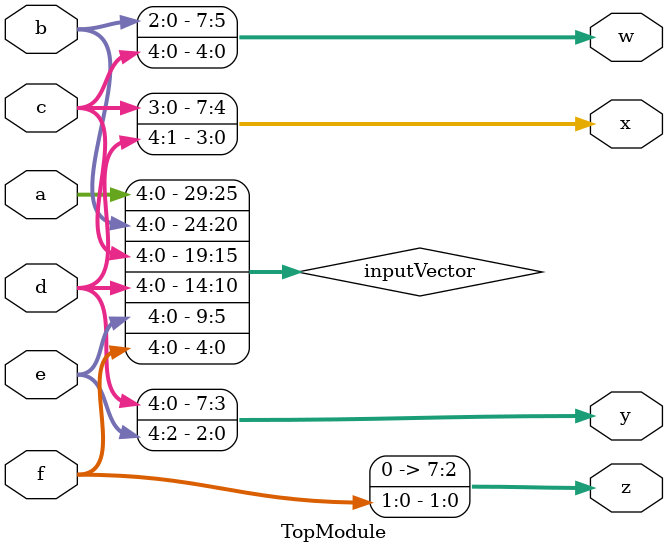
<source format=sv>

module TopModule (
    input [4:0] a,
    input [4:0] b,
    input [4:0] c,
    input [4:0] d,
    input [4:0] e,
    input [4:0] f,
    output [7:0] w,
    output [7:0] x,
    output [7:0] y,
    output [7:0] z
);

    // Concatenate the input vectors into a 30-bit vector
    wire [29:0] inputVector = {a, b, c, d, e, f};

    // Split the input vector into four 8-bit vectors
    assign w[7:0] = inputVector[24:15];
    assign x[7:0] = inputVector[20:11];
    assign y[7:0] = inputVector[16:7];
    assign z[7:0] = inputVector[1:0];

endmodule

// VERILOG-EVAL: errant inclusion of module definition

</source>
